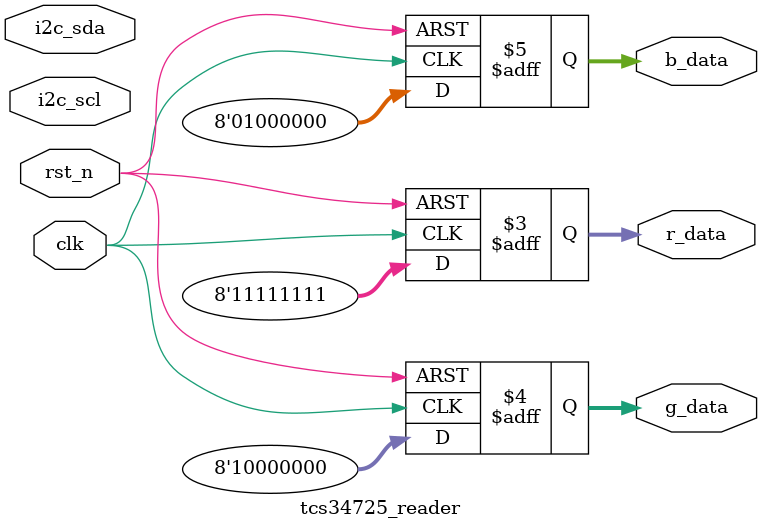
<source format=v>
module tcs34725_reader(
    input clk,
    input rst_n,
    inout i2c_sda,
    inout i2c_scl,
    output reg [7:0] r_data,
    output reg [7:0] g_data,
    output reg [7:0] b_data
);
    // Simulação de leitura fixa
    always @(posedge clk or negedge rst_n) begin
        if (!rst_n) begin
            r_data <= 8'd0;
            g_data <= 8'd0;
            b_data <= 8'd0;
        end else begin
            r_data <= 8'd255; // vermelho
            g_data <= 8'd128; // verde
            b_data <= 8'd64;  // azul
        end
    end
endmodule

</source>
